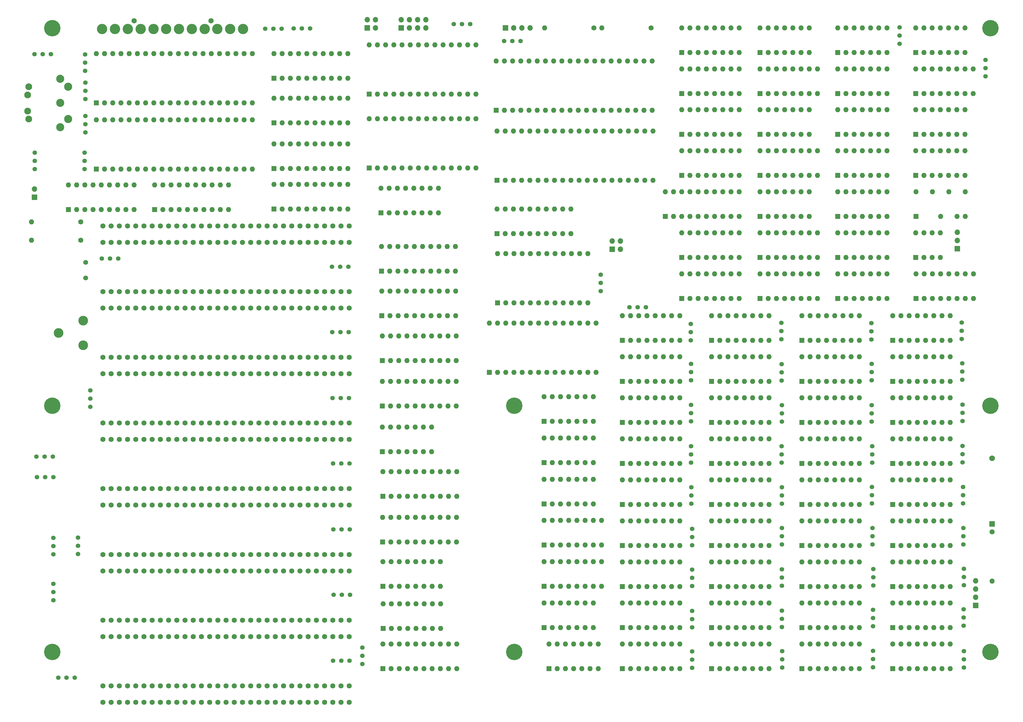
<source format=gbr>
%TF.GenerationSoftware,KiCad,Pcbnew,7.0.11*%
%TF.CreationDate,2024-05-25T01:19:38+03:00*%
%TF.ProjectId,Mad5160,4d616435-3136-4302-9e6b-696361645f70,rev?*%
%TF.SameCoordinates,Original*%
%TF.FileFunction,Soldermask,Top*%
%TF.FilePolarity,Negative*%
%FSLAX46Y46*%
G04 Gerber Fmt 4.6, Leading zero omitted, Abs format (unit mm)*
G04 Created by KiCad (PCBNEW 7.0.11) date 2024-05-25 01:19:38*
%MOMM*%
%LPD*%
G01*
G04 APERTURE LIST*
%ADD10C,1.397000*%
%ADD11R,1.600000X1.600000*%
%ADD12O,1.600000X1.600000*%
%ADD13C,5.080000*%
%ADD14C,1.600000*%
%ADD15R,1.700000X1.700000*%
%ADD16O,1.700000X1.700000*%
%ADD17R,1.778000X1.778000*%
%ADD18C,1.778000*%
%ADD19C,2.999740*%
%ADD20C,2.100000*%
%ADD21C,2.500000*%
%ADD22C,1.500000*%
%ADD23C,1.650000*%
%ADD24C,3.200000*%
G04 APERTURE END LIST*
D10*
%TO.C,C14*%
X181991000Y-147802600D03*
X179451000Y-147802600D03*
X184531000Y-147802600D03*
%TD*%
D11*
%TO.C,U24*%
X244901800Y-155016200D03*
D12*
X247441800Y-155016200D03*
X249981800Y-155016200D03*
X252521800Y-155016200D03*
X255061800Y-155016200D03*
X257601800Y-155016200D03*
X260141800Y-155016200D03*
X260141800Y-147396200D03*
X257601800Y-147396200D03*
X255061800Y-147396200D03*
X252521800Y-147396200D03*
X249981800Y-147396200D03*
X247441800Y-147396200D03*
X244901800Y-147396200D03*
%TD*%
D11*
%TO.C,U61*%
X324688200Y-206095600D03*
D12*
X327228200Y-206095600D03*
X329768200Y-206095600D03*
X332308200Y-206095600D03*
X334848200Y-206095600D03*
X337388200Y-206095600D03*
X339928200Y-206095600D03*
X342468200Y-206095600D03*
X342468200Y-198475600D03*
X339928200Y-198475600D03*
X337388200Y-198475600D03*
X334848200Y-198475600D03*
X332308200Y-198475600D03*
X329768200Y-198475600D03*
X327228200Y-198475600D03*
X324688200Y-198475600D03*
%TD*%
D11*
%TO.C,U51*%
X296697400Y-167995600D03*
D12*
X299237400Y-167995600D03*
X301777400Y-167995600D03*
X304317400Y-167995600D03*
X306857400Y-167995600D03*
X309397400Y-167995600D03*
X311937400Y-167995600D03*
X314477400Y-167995600D03*
X314477400Y-160375600D03*
X311937400Y-160375600D03*
X309397400Y-160375600D03*
X306857400Y-160375600D03*
X304317400Y-160375600D03*
X301777400Y-160375600D03*
X299237400Y-160375600D03*
X296697400Y-160375600D03*
%TD*%
D11*
%TO.C,U12*%
X195072000Y-178206400D03*
D12*
X197612000Y-178206400D03*
X200152000Y-178206400D03*
X202692000Y-178206400D03*
X205232000Y-178206400D03*
X207772000Y-178206400D03*
X210312000Y-178206400D03*
X212852000Y-178206400D03*
X215392000Y-178206400D03*
X217932000Y-178206400D03*
X217932000Y-170586400D03*
X215392000Y-170586400D03*
X212852000Y-170586400D03*
X210312000Y-170586400D03*
X207772000Y-170586400D03*
X205232000Y-170586400D03*
X202692000Y-170586400D03*
X200152000Y-170586400D03*
X197612000Y-170586400D03*
X195072000Y-170586400D03*
%TD*%
D11*
%TO.C,U11*%
X194945000Y-192354200D03*
D12*
X197485000Y-192354200D03*
X200025000Y-192354200D03*
X202565000Y-192354200D03*
X205105000Y-192354200D03*
X207645000Y-192354200D03*
X210185000Y-192354200D03*
X212725000Y-192354200D03*
X215265000Y-192354200D03*
X217805000Y-192354200D03*
X217805000Y-184734200D03*
X215265000Y-184734200D03*
X212725000Y-184734200D03*
X210185000Y-184734200D03*
X207645000Y-184734200D03*
X205105000Y-184734200D03*
X202565000Y-184734200D03*
X200025000Y-184734200D03*
X197485000Y-184734200D03*
X194945000Y-184734200D03*
%TD*%
D10*
%TO.C,C39*%
X346354400Y-180416200D03*
X346354400Y-177876200D03*
X346354400Y-175336200D03*
%TD*%
D11*
%TO.C,U82*%
X352755200Y-142595600D03*
D12*
X355295200Y-142595600D03*
X357835200Y-142595600D03*
X360375200Y-142595600D03*
X362915200Y-142595600D03*
X365455200Y-142595600D03*
X367995200Y-142595600D03*
X370535200Y-142595600D03*
X370535200Y-134975600D03*
X367995200Y-134975600D03*
X365455200Y-134975600D03*
X362915200Y-134975600D03*
X360375200Y-134975600D03*
X357835200Y-134975600D03*
X355295200Y-134975600D03*
X352755200Y-134975600D03*
%TD*%
D11*
%TO.C,U69*%
X335737200Y-104258500D03*
D12*
X338277200Y-104258500D03*
X340817200Y-104258500D03*
X343357200Y-104258500D03*
X345897200Y-104258500D03*
X348437200Y-104258500D03*
X350977200Y-104258500D03*
X350977200Y-96638500D03*
X348437200Y-96638500D03*
X345897200Y-96638500D03*
X343357200Y-96638500D03*
X340817200Y-96638500D03*
X338277200Y-96638500D03*
X335737200Y-96638500D03*
%TD*%
D11*
%TO.C,U21*%
X244901800Y-193306700D03*
D12*
X247441800Y-193306700D03*
X249981800Y-193306700D03*
X252521800Y-193306700D03*
X255061800Y-193306700D03*
X257601800Y-193306700D03*
X260141800Y-193306700D03*
X262681800Y-193306700D03*
X262681800Y-185686700D03*
X260141800Y-185686700D03*
X257601800Y-185686700D03*
X255061800Y-185686700D03*
X252521800Y-185686700D03*
X249981800Y-185686700D03*
X247441800Y-185686700D03*
X244901800Y-185686700D03*
%TD*%
D11*
%TO.C,RN2*%
X244901800Y-206070200D03*
D12*
X247441800Y-206070200D03*
X249981800Y-206070200D03*
X252521800Y-206070200D03*
X255061800Y-206070200D03*
X257601800Y-206070200D03*
X260141800Y-206070200D03*
X262681800Y-206070200D03*
X262681800Y-198450200D03*
X260141800Y-198450200D03*
X257601800Y-198450200D03*
X255061800Y-198450200D03*
X252521800Y-198450200D03*
X249981800Y-198450200D03*
X247441800Y-198450200D03*
X244901800Y-198450200D03*
%TD*%
D13*
%TO.C,H2*%
X92786200Y-150190200D03*
%TD*%
D11*
%TO.C,U73*%
X335737200Y-53526300D03*
D12*
X338277200Y-53526300D03*
X340817200Y-53526300D03*
X343357200Y-53526300D03*
X345897200Y-53526300D03*
X348437200Y-53526300D03*
X350977200Y-53526300D03*
X350977200Y-45906300D03*
X348437200Y-45906300D03*
X345897200Y-45906300D03*
X343357200Y-45906300D03*
X340817200Y-45906300D03*
X338277200Y-45906300D03*
X335737200Y-45906300D03*
%TD*%
D11*
%TO.C,U37*%
X269113000Y-142595600D03*
D12*
X271653000Y-142595600D03*
X274193000Y-142595600D03*
X276733000Y-142595600D03*
X279273000Y-142595600D03*
X281813000Y-142595600D03*
X284353000Y-142595600D03*
X286893000Y-142595600D03*
X286893000Y-134975600D03*
X284353000Y-134975600D03*
X281813000Y-134975600D03*
X279273000Y-134975600D03*
X276733000Y-134975600D03*
X274193000Y-134975600D03*
X271653000Y-134975600D03*
X269113000Y-134975600D03*
%TD*%
D10*
%TO.C,C19*%
X290728400Y-203454000D03*
X290728400Y-205994000D03*
X290728400Y-200914000D03*
%TD*%
%TO.C,C60*%
X232560000Y-37300000D03*
X235100000Y-37300000D03*
X237640000Y-37300000D03*
%TD*%
%TO.C,C47*%
X374624600Y-193065400D03*
X374624600Y-190525400D03*
X374624600Y-187985400D03*
%TD*%
D11*
%TO.C,U1*%
X97739200Y-89458800D03*
D12*
X100279200Y-89458800D03*
X102819200Y-89458800D03*
X105359200Y-89458800D03*
X107899200Y-89458800D03*
X110439200Y-89458800D03*
X112979200Y-89458800D03*
X115519200Y-89458800D03*
X118059200Y-89458800D03*
X118059200Y-81838800D03*
X115519200Y-81838800D03*
X112979200Y-81838800D03*
X110439200Y-81838800D03*
X107899200Y-81838800D03*
X105359200Y-81838800D03*
X102819200Y-81838800D03*
X100279200Y-81838800D03*
X97739200Y-81838800D03*
%TD*%
D11*
%TO.C,U45*%
X287522600Y-40843200D03*
D12*
X290062600Y-40843200D03*
X292602600Y-40843200D03*
X295142600Y-40843200D03*
X297682600Y-40843200D03*
X300222600Y-40843200D03*
X302762600Y-40843200D03*
X305302600Y-40843200D03*
X305302600Y-33223200D03*
X302762600Y-33223200D03*
X300222600Y-33223200D03*
X297682600Y-33223200D03*
X295142600Y-33223200D03*
X292602600Y-33223200D03*
X290062600Y-33223200D03*
X287522600Y-33223200D03*
%TD*%
D10*
%TO.C,C2*%
X104521000Y-150545800D03*
X104521000Y-148005800D03*
X104521000Y-145465800D03*
%TD*%
D11*
%TO.C,U75*%
X352755200Y-231495600D03*
D12*
X355295200Y-231495600D03*
X357835200Y-231495600D03*
X360375200Y-231495600D03*
X362915200Y-231495600D03*
X365455200Y-231495600D03*
X367995200Y-231495600D03*
X370535200Y-231495600D03*
X370535200Y-223875600D03*
X367995200Y-223875600D03*
X365455200Y-223875600D03*
X362915200Y-223875600D03*
X360375200Y-223875600D03*
X357835200Y-223875600D03*
X355295200Y-223875600D03*
X352755200Y-223875600D03*
%TD*%
D10*
%TO.C,C26*%
X318592200Y-231216200D03*
X318592200Y-228676200D03*
X318592200Y-226136200D03*
%TD*%
%TO.C,C12*%
X182245000Y-188468000D03*
X179705000Y-188468000D03*
X184785000Y-188468000D03*
%TD*%
D11*
%TO.C,U77*%
X352755200Y-206095600D03*
D12*
X355295200Y-206095600D03*
X357835200Y-206095600D03*
X360375200Y-206095600D03*
X362915200Y-206095600D03*
X365455200Y-206095600D03*
X367995200Y-206095600D03*
X370535200Y-206095600D03*
X370535200Y-198475600D03*
X367995200Y-198475600D03*
X365455200Y-198475600D03*
X362915200Y-198475600D03*
X360375200Y-198475600D03*
X357835200Y-198475600D03*
X355295200Y-198475600D03*
X352755200Y-198475600D03*
%TD*%
D10*
%TO.C,C30*%
X318516000Y-180467000D03*
X318516000Y-177927000D03*
X318516000Y-175387000D03*
%TD*%
D11*
%TO.C,U66*%
X324688200Y-142595600D03*
D12*
X327228200Y-142595600D03*
X329768200Y-142595600D03*
X332308200Y-142595600D03*
X334848200Y-142595600D03*
X337388200Y-142595600D03*
X339928200Y-142595600D03*
X342468200Y-142595600D03*
X342468200Y-134975600D03*
X339928200Y-134975600D03*
X337388200Y-134975600D03*
X334848200Y-134975600D03*
X332308200Y-134975600D03*
X329768200Y-134975600D03*
X327228200Y-134975600D03*
X324688200Y-134975600D03*
%TD*%
D11*
%TO.C,U23*%
X244901800Y-167779700D03*
D12*
X247441800Y-167779700D03*
X249981800Y-167779700D03*
X252521800Y-167779700D03*
X255061800Y-167779700D03*
X257601800Y-167779700D03*
X260141800Y-167779700D03*
X260141800Y-160159700D03*
X257601800Y-160159700D03*
X255061800Y-160159700D03*
X252521800Y-160159700D03*
X249981800Y-160159700D03*
X247441800Y-160159700D03*
X244901800Y-160159700D03*
%TD*%
D11*
%TO.C,U84*%
X359942600Y-116941600D03*
D12*
X362482600Y-116941600D03*
X365022600Y-116941600D03*
X367562600Y-116941600D03*
X370102600Y-116941600D03*
X372642600Y-116941600D03*
X375182600Y-116941600D03*
X377722600Y-116941600D03*
X377722600Y-109321600D03*
X375182600Y-109321600D03*
X372642600Y-109321600D03*
X370102600Y-109321600D03*
X367562600Y-109321600D03*
X365022600Y-109321600D03*
X362482600Y-109321600D03*
X359942600Y-109321600D03*
%TD*%
D10*
%TO.C,C29*%
X318465200Y-193090800D03*
X318465200Y-190550800D03*
X318465200Y-188010800D03*
%TD*%
D11*
%TO.C,U25*%
X227965000Y-139852400D03*
D12*
X230505000Y-139852400D03*
X233045000Y-139852400D03*
X235585000Y-139852400D03*
X238125000Y-139852400D03*
X240665000Y-139852400D03*
X243205000Y-139852400D03*
X245745000Y-139852400D03*
X248285000Y-139852400D03*
X250825000Y-139852400D03*
X253365000Y-139852400D03*
X255905000Y-139852400D03*
X258445000Y-139852400D03*
X260985000Y-139852400D03*
X260985000Y-124612400D03*
X258445000Y-124612400D03*
X255905000Y-124612400D03*
X253365000Y-124612400D03*
X250825000Y-124612400D03*
X248285000Y-124612400D03*
X245745000Y-124612400D03*
X243205000Y-124612400D03*
X240665000Y-124612400D03*
X238125000Y-124612400D03*
X235585000Y-124612400D03*
X233045000Y-124612400D03*
X230505000Y-124612400D03*
X227965000Y-124612400D03*
%TD*%
D11*
%TO.C,U58*%
X311734200Y-40843200D03*
D12*
X314274200Y-40843200D03*
X316814200Y-40843200D03*
X319354200Y-40843200D03*
X321894200Y-40843200D03*
X324434200Y-40843200D03*
X326974200Y-40843200D03*
X326974200Y-33223200D03*
X324434200Y-33223200D03*
X321894200Y-33223200D03*
X319354200Y-33223200D03*
X316814200Y-33223200D03*
X314274200Y-33223200D03*
X311734200Y-33223200D03*
%TD*%
D14*
%TO.C,J7*%
X108432600Y-114880600D03*
X110972600Y-114880600D03*
X113512600Y-114880600D03*
X116052600Y-114880600D03*
X118592600Y-114880600D03*
X121132600Y-114880600D03*
X123672600Y-114880600D03*
X126212600Y-114880600D03*
X128752600Y-114880600D03*
X131292600Y-114880600D03*
X133832600Y-114880600D03*
X136372600Y-114880600D03*
X138912600Y-114880600D03*
X141452600Y-114880600D03*
X143992600Y-114880600D03*
X146532600Y-114880600D03*
X149072600Y-114880600D03*
X151612600Y-114880600D03*
X154152600Y-114880600D03*
X156692600Y-114880600D03*
X159232600Y-114880600D03*
X161772600Y-114880600D03*
X164312600Y-114880600D03*
X166852600Y-114880600D03*
X169392600Y-114880600D03*
X171932600Y-114880600D03*
X174472600Y-114880600D03*
X177012600Y-114880600D03*
X179552600Y-114880600D03*
X182092600Y-114880600D03*
X184632600Y-114880600D03*
X108432600Y-119960600D03*
X110972600Y-119960600D03*
X113512600Y-119960600D03*
X116052600Y-119960600D03*
X118592600Y-119960600D03*
X121132600Y-119960600D03*
X123672600Y-119960600D03*
X126212600Y-119960600D03*
X128752600Y-119960600D03*
X131292600Y-119960600D03*
X133832600Y-119960600D03*
X136372600Y-119960600D03*
X138912600Y-119960600D03*
X141452600Y-119960600D03*
X143992600Y-119960600D03*
X146532600Y-119960600D03*
X149072600Y-119960600D03*
X151612600Y-119960600D03*
X154152600Y-119960600D03*
X156692600Y-119960600D03*
X159232600Y-119960600D03*
X161772600Y-119960600D03*
X164312600Y-119960600D03*
X166852600Y-119960600D03*
X169392600Y-119960600D03*
X171932600Y-119960600D03*
X174472600Y-119960600D03*
X177012600Y-119960600D03*
X179552600Y-119960600D03*
X182092600Y-119960600D03*
X184632600Y-119960600D03*
%TD*%
%TO.C,J8*%
X108432600Y-94553300D03*
X110972600Y-94553300D03*
X113512600Y-94553300D03*
X116052600Y-94553300D03*
X118592600Y-94553300D03*
X121132600Y-94553300D03*
X123672600Y-94553300D03*
X126212600Y-94553300D03*
X128752600Y-94553300D03*
X131292600Y-94553300D03*
X133832600Y-94553300D03*
X136372600Y-94553300D03*
X138912600Y-94553300D03*
X141452600Y-94553300D03*
X143992600Y-94553300D03*
X146532600Y-94553300D03*
X149072600Y-94553300D03*
X151612600Y-94553300D03*
X154152600Y-94553300D03*
X156692600Y-94553300D03*
X159232600Y-94553300D03*
X161772600Y-94553300D03*
X164312600Y-94553300D03*
X166852600Y-94553300D03*
X169392600Y-94553300D03*
X171932600Y-94553300D03*
X174472600Y-94553300D03*
X177012600Y-94553300D03*
X179552600Y-94553300D03*
X182092600Y-94553300D03*
X184632600Y-94553300D03*
X108432600Y-99633300D03*
X110972600Y-99633300D03*
X113512600Y-99633300D03*
X116052600Y-99633300D03*
X118592600Y-99633300D03*
X121132600Y-99633300D03*
X123672600Y-99633300D03*
X126212600Y-99633300D03*
X128752600Y-99633300D03*
X131292600Y-99633300D03*
X133832600Y-99633300D03*
X136372600Y-99633300D03*
X138912600Y-99633300D03*
X141452600Y-99633300D03*
X143992600Y-99633300D03*
X146532600Y-99633300D03*
X149072600Y-99633300D03*
X151612600Y-99633300D03*
X154152600Y-99633300D03*
X156692600Y-99633300D03*
X159232600Y-99633300D03*
X161772600Y-99633300D03*
X164312600Y-99633300D03*
X166852600Y-99633300D03*
X169392600Y-99633300D03*
X171932600Y-99633300D03*
X174472600Y-99633300D03*
X177012600Y-99633300D03*
X179552600Y-99633300D03*
X182092600Y-99633300D03*
X184632600Y-99633300D03*
%TD*%
D15*
%TO.C,E1*%
X87274400Y-85674200D03*
D16*
X87274400Y-83134200D03*
%TD*%
D14*
%TO.C,R5*%
X277977600Y-33274000D03*
D12*
X262737600Y-33274000D03*
%TD*%
D10*
%TO.C,C21*%
X290449000Y-180467000D03*
X290449000Y-177927000D03*
X290449000Y-175387000D03*
%TD*%
%TO.C,C4*%
X87376000Y-71882000D03*
X87376000Y-74422000D03*
X87376000Y-76962000D03*
%TD*%
D17*
%TO.C,C53*%
X383514600Y-186715400D03*
D18*
X383514600Y-166395400D03*
%TD*%
D11*
%TO.C,U90*%
X244901800Y-218795600D03*
D12*
X247441800Y-218795600D03*
X249981800Y-218795600D03*
X252521800Y-218795600D03*
X255061800Y-218795600D03*
X257601800Y-218795600D03*
X260141800Y-218795600D03*
X260141800Y-211175600D03*
X257601800Y-211175600D03*
X255061800Y-211175600D03*
X252521800Y-211175600D03*
X249981800Y-211175600D03*
X247441800Y-211175600D03*
X244901800Y-211175600D03*
%TD*%
D10*
%TO.C,C63*%
X381482600Y-45669200D03*
X381482600Y-43129200D03*
X381482600Y-48209200D03*
%TD*%
D11*
%TO.C,U16*%
X194665600Y-122301000D03*
D12*
X197205600Y-122301000D03*
X199745600Y-122301000D03*
X202285600Y-122301000D03*
X204825600Y-122301000D03*
X207365600Y-122301000D03*
X209905600Y-122301000D03*
X212445600Y-122301000D03*
X214985600Y-122301000D03*
X217525600Y-122301000D03*
X217525600Y-114681000D03*
X214985600Y-114681000D03*
X212445600Y-114681000D03*
X209905600Y-114681000D03*
X207365600Y-114681000D03*
X204825600Y-114681000D03*
X202285600Y-114681000D03*
X199745600Y-114681000D03*
X197205600Y-114681000D03*
X194665600Y-114681000D03*
%TD*%
D10*
%TO.C,C40*%
X346379800Y-167767000D03*
X346379800Y-165227000D03*
X346379800Y-162687000D03*
%TD*%
D11*
%TO.C,U20*%
X246400400Y-231495600D03*
D12*
X248940400Y-231495600D03*
X251480400Y-231495600D03*
X254020400Y-231495600D03*
X256560400Y-231495600D03*
X259100400Y-231495600D03*
X261640400Y-231495600D03*
X261640400Y-223875600D03*
X259100400Y-223875600D03*
X256560400Y-223875600D03*
X254020400Y-223875600D03*
X251480400Y-223875600D03*
X248940400Y-223875600D03*
X246400400Y-223875600D03*
%TD*%
D10*
%TO.C,C32*%
X318439800Y-155041600D03*
X318439800Y-152501600D03*
X318439800Y-149961600D03*
%TD*%
%TO.C,C13*%
X182143400Y-168071800D03*
X179603400Y-168071800D03*
X184683400Y-168071800D03*
%TD*%
%TO.C,C66*%
X93116400Y-210337400D03*
X93116400Y-207797400D03*
X93116400Y-205257400D03*
%TD*%
D11*
%TO.C,U8*%
X161315400Y-48859600D03*
D12*
X163855400Y-48859600D03*
X166395400Y-48859600D03*
X168935400Y-48859600D03*
X171475400Y-48859600D03*
X174015400Y-48859600D03*
X176555400Y-48859600D03*
X179095400Y-48859600D03*
X181635400Y-48859600D03*
X184175400Y-48859600D03*
X184175400Y-41239600D03*
X181635400Y-41239600D03*
X179095400Y-41239600D03*
X176555400Y-41239600D03*
X174015400Y-41239600D03*
X171475400Y-41239600D03*
X168935400Y-41239600D03*
X166395400Y-41239600D03*
X163855400Y-41239600D03*
X161315400Y-41239600D03*
%TD*%
D11*
%TO.C,U68*%
X335737200Y-116941600D03*
D12*
X338277200Y-116941600D03*
X340817200Y-116941600D03*
X343357200Y-116941600D03*
X345897200Y-116941600D03*
X348437200Y-116941600D03*
X350977200Y-116941600D03*
X350977200Y-109321600D03*
X348437200Y-109321600D03*
X345897200Y-109321600D03*
X343357200Y-109321600D03*
X340817200Y-109321600D03*
X338277200Y-109321600D03*
X335737200Y-109321600D03*
%TD*%
D14*
%TO.C,R2*%
X101600000Y-93268800D03*
D12*
X86360000Y-93268800D03*
%TD*%
D10*
%TO.C,C65*%
X271348200Y-119684800D03*
X273888200Y-119684800D03*
X276428200Y-119684800D03*
%TD*%
D11*
%TO.C,U47*%
X296697400Y-218795600D03*
D12*
X299237400Y-218795600D03*
X301777400Y-218795600D03*
X304317400Y-218795600D03*
X306857400Y-218795600D03*
X309397400Y-218795600D03*
X311937400Y-218795600D03*
X314477400Y-218795600D03*
X314477400Y-211175600D03*
X311937400Y-211175600D03*
X309397400Y-211175600D03*
X306857400Y-211175600D03*
X304317400Y-211175600D03*
X301777400Y-211175600D03*
X299237400Y-211175600D03*
X296697400Y-211175600D03*
%TD*%
D15*
%TO.C,PB3*%
X372770400Y-101600000D03*
D16*
X372770400Y-99060000D03*
X372770400Y-96520000D03*
%TD*%
D10*
%TO.C,C36*%
X346710000Y-218440000D03*
X346710000Y-215900000D03*
X346710000Y-213360000D03*
%TD*%
%TO.C,C35*%
X346684600Y-231114600D03*
X346684600Y-228574600D03*
X346684600Y-226034600D03*
%TD*%
D11*
%TO.C,U72*%
X335737200Y-66209300D03*
D12*
X338277200Y-66209300D03*
X340817200Y-66209300D03*
X343357200Y-66209300D03*
X345897200Y-66209300D03*
X348437200Y-66209300D03*
X350977200Y-66209300D03*
X350977200Y-58589300D03*
X348437200Y-58589300D03*
X345897200Y-58589300D03*
X343357200Y-58589300D03*
X340817200Y-58589300D03*
X338277200Y-58589300D03*
X335737200Y-58589300D03*
%TD*%
D11*
%TO.C,U41*%
X282422600Y-91575500D03*
D12*
X284962600Y-91575500D03*
X287502600Y-91575500D03*
X290042600Y-91575500D03*
X292582600Y-91575500D03*
X295122600Y-91575500D03*
X297662600Y-91575500D03*
X300202600Y-91575500D03*
X302742600Y-91575500D03*
X305282600Y-91575500D03*
X305282600Y-83955500D03*
X302742600Y-83955500D03*
X300202600Y-83955500D03*
X297662600Y-83955500D03*
X295122600Y-83955500D03*
X292582600Y-83955500D03*
X290042600Y-83955500D03*
X287502600Y-83955500D03*
X284962600Y-83955500D03*
X282422600Y-83955500D03*
%TD*%
D10*
%TO.C,C49*%
X374345200Y-167690800D03*
X374345200Y-165150800D03*
X374345200Y-162610800D03*
%TD*%
D11*
%TO.C,U48*%
X296697400Y-206095600D03*
D12*
X299237400Y-206095600D03*
X301777400Y-206095600D03*
X304317400Y-206095600D03*
X306857400Y-206095600D03*
X309397400Y-206095600D03*
X311937400Y-206095600D03*
X314477400Y-206095600D03*
X314477400Y-198475600D03*
X311937400Y-198475600D03*
X309397400Y-198475600D03*
X306857400Y-198475600D03*
X304317400Y-198475600D03*
X301777400Y-198475600D03*
X299237400Y-198475600D03*
X296697400Y-198475600D03*
%TD*%
D11*
%TO.C,U87*%
X359892600Y-66209300D03*
D12*
X362432600Y-66209300D03*
X364972600Y-66209300D03*
X367512600Y-66209300D03*
X370052600Y-66209300D03*
X372592600Y-66209300D03*
X375132600Y-66209300D03*
X375132600Y-58589300D03*
X372592600Y-58589300D03*
X370052600Y-58589300D03*
X367512600Y-58589300D03*
X364972600Y-58589300D03*
X362432600Y-58589300D03*
X359892600Y-58589300D03*
%TD*%
D11*
%TO.C,U53*%
X296697400Y-142595600D03*
D12*
X299237400Y-142595600D03*
X301777400Y-142595600D03*
X304317400Y-142595600D03*
X306857400Y-142595600D03*
X309397400Y-142595600D03*
X311937400Y-142595600D03*
X314477400Y-142595600D03*
X314477400Y-134975600D03*
X311937400Y-134975600D03*
X309397400Y-134975600D03*
X306857400Y-134975600D03*
X304317400Y-134975600D03*
X301777400Y-134975600D03*
X299237400Y-134975600D03*
X296697400Y-134975600D03*
%TD*%
D11*
%TO.C,U9*%
X195072000Y-231495600D03*
D12*
X197612000Y-231495600D03*
X200152000Y-231495600D03*
X202692000Y-231495600D03*
X205232000Y-231495600D03*
X207772000Y-231495600D03*
X210312000Y-231495600D03*
X212852000Y-231495600D03*
X215392000Y-231495600D03*
X217932000Y-231495600D03*
X217932000Y-223875600D03*
X215392000Y-223875600D03*
X212852000Y-223875600D03*
X210312000Y-223875600D03*
X207772000Y-223875600D03*
X205232000Y-223875600D03*
X202692000Y-223875600D03*
X200152000Y-223875600D03*
X197612000Y-223875600D03*
X195072000Y-223875600D03*
%TD*%
D11*
%TO.C,U44*%
X287522600Y-53526300D03*
D12*
X290062600Y-53526300D03*
X292602600Y-53526300D03*
X295142600Y-53526300D03*
X297682600Y-53526300D03*
X300222600Y-53526300D03*
X302762600Y-53526300D03*
X305302600Y-53526300D03*
X305302600Y-45906300D03*
X302762600Y-45906300D03*
X300222600Y-45906300D03*
X297682600Y-45906300D03*
X295142600Y-45906300D03*
X292602600Y-45906300D03*
X290062600Y-45906300D03*
X287522600Y-45906300D03*
%TD*%
D11*
%TO.C,U67*%
X324688200Y-129895600D03*
D12*
X327228200Y-129895600D03*
X329768200Y-129895600D03*
X332308200Y-129895600D03*
X334848200Y-129895600D03*
X337388200Y-129895600D03*
X339928200Y-129895600D03*
X342468200Y-129895600D03*
X342468200Y-122275600D03*
X339928200Y-122275600D03*
X337388200Y-122275600D03*
X334848200Y-122275600D03*
X332308200Y-122275600D03*
X329768200Y-122275600D03*
X327228200Y-122275600D03*
X324688200Y-122275600D03*
%TD*%
D10*
%TO.C,C42*%
X346252800Y-142265400D03*
X346252800Y-139725400D03*
X346252800Y-137185400D03*
%TD*%
D11*
%TO.C,U28*%
X230301800Y-80416400D03*
D12*
X232841800Y-80416400D03*
X235381800Y-80416400D03*
X237921800Y-80416400D03*
X240461800Y-80416400D03*
X243001800Y-80416400D03*
X245541800Y-80416400D03*
X248081800Y-80416400D03*
X250621800Y-80416400D03*
X253161800Y-80416400D03*
X255701800Y-80416400D03*
X258241800Y-80416400D03*
X260781800Y-80416400D03*
X263321800Y-80416400D03*
X265861800Y-80416400D03*
X268401800Y-80416400D03*
X270941800Y-80416400D03*
X273481800Y-80416400D03*
X276021800Y-80416400D03*
X278561800Y-80416400D03*
X278561800Y-65176400D03*
X276021800Y-65176400D03*
X273481800Y-65176400D03*
X270941800Y-65176400D03*
X268401800Y-65176400D03*
X265861800Y-65176400D03*
X263321800Y-65176400D03*
X260781800Y-65176400D03*
X258241800Y-65176400D03*
X255701800Y-65176400D03*
X253161800Y-65176400D03*
X250621800Y-65176400D03*
X248081800Y-65176400D03*
X245541800Y-65176400D03*
X243001800Y-65176400D03*
X240461800Y-65176400D03*
X237921800Y-65176400D03*
X235381800Y-65176400D03*
X232841800Y-65176400D03*
X230301800Y-65176400D03*
%TD*%
D11*
%TO.C,SW1*%
X194437000Y-90500200D03*
D12*
X196977000Y-90500200D03*
X199517000Y-90500200D03*
X202057000Y-90500200D03*
X204597000Y-90500200D03*
X207137000Y-90500200D03*
X209677000Y-90500200D03*
X212217000Y-90500200D03*
X212217000Y-82880200D03*
X209677000Y-82880200D03*
X207137000Y-82880200D03*
X204597000Y-82880200D03*
X202057000Y-82880200D03*
X199517000Y-82880200D03*
X196977000Y-82880200D03*
X194437000Y-82880200D03*
%TD*%
D11*
%TO.C,U70*%
X335737200Y-91575500D03*
D12*
X338277200Y-91575500D03*
X340817200Y-91575500D03*
X343357200Y-91575500D03*
X345897200Y-91575500D03*
X348437200Y-91575500D03*
X350977200Y-91575500D03*
X350977200Y-83955500D03*
X348437200Y-83955500D03*
X345897200Y-83955500D03*
X343357200Y-83955500D03*
X340817200Y-83955500D03*
X338277200Y-83955500D03*
X335737200Y-83955500D03*
%TD*%
D11*
%TO.C,U86*%
X359892600Y-78892400D03*
D12*
X362432600Y-78892400D03*
X364972600Y-78892400D03*
X367512600Y-78892400D03*
X370052600Y-78892400D03*
X372592600Y-78892400D03*
X375132600Y-78892400D03*
X375132600Y-71272400D03*
X372592600Y-71272400D03*
X370052600Y-71272400D03*
X367512600Y-71272400D03*
X364972600Y-71272400D03*
X362432600Y-71272400D03*
X359892600Y-71272400D03*
%TD*%
D11*
%TO.C,U42*%
X287522600Y-78892400D03*
D12*
X290062600Y-78892400D03*
X292602600Y-78892400D03*
X295142600Y-78892400D03*
X297682600Y-78892400D03*
X300222600Y-78892400D03*
X302762600Y-78892400D03*
X305302600Y-78892400D03*
X305302600Y-71272400D03*
X302762600Y-71272400D03*
X300222600Y-71272400D03*
X297682600Y-71272400D03*
X295142600Y-71272400D03*
X292602600Y-71272400D03*
X290062600Y-71272400D03*
X287522600Y-71272400D03*
%TD*%
D14*
%TO.C,J6*%
X108432600Y-135207800D03*
X110972600Y-135207800D03*
X113512600Y-135207800D03*
X116052600Y-135207800D03*
X118592600Y-135207800D03*
X121132600Y-135207800D03*
X123672600Y-135207800D03*
X126212600Y-135207800D03*
X128752600Y-135207800D03*
X131292600Y-135207800D03*
X133832600Y-135207800D03*
X136372600Y-135207800D03*
X138912600Y-135207800D03*
X141452600Y-135207800D03*
X143992600Y-135207800D03*
X146532600Y-135207800D03*
X149072600Y-135207800D03*
X151612600Y-135207800D03*
X154152600Y-135207800D03*
X156692600Y-135207800D03*
X159232600Y-135207800D03*
X161772600Y-135207800D03*
X164312600Y-135207800D03*
X166852600Y-135207800D03*
X169392600Y-135207800D03*
X171932600Y-135207800D03*
X174472600Y-135207800D03*
X177012600Y-135207800D03*
X179552600Y-135207800D03*
X182092600Y-135207800D03*
X184632600Y-135207800D03*
X108432600Y-140287800D03*
X110972600Y-140287800D03*
X113512600Y-140287800D03*
X116052600Y-140287800D03*
X118592600Y-140287800D03*
X121132600Y-140287800D03*
X123672600Y-140287800D03*
X126212600Y-140287800D03*
X128752600Y-140287800D03*
X131292600Y-140287800D03*
X133832600Y-140287800D03*
X136372600Y-140287800D03*
X138912600Y-140287800D03*
X141452600Y-140287800D03*
X143992600Y-140287800D03*
X146532600Y-140287800D03*
X149072600Y-140287800D03*
X151612600Y-140287800D03*
X154152600Y-140287800D03*
X156692600Y-140287800D03*
X159232600Y-140287800D03*
X161772600Y-140287800D03*
X164312600Y-140287800D03*
X166852600Y-140287800D03*
X169392600Y-140287800D03*
X171932600Y-140287800D03*
X174472600Y-140287800D03*
X177012600Y-140287800D03*
X179552600Y-140287800D03*
X182092600Y-140287800D03*
X184632600Y-140287800D03*
%TD*%
D10*
%TO.C,C55*%
X88036400Y-172237400D03*
X90576400Y-172237400D03*
X93116400Y-172237400D03*
%TD*%
D11*
%TO.C,U79*%
X352755200Y-180695600D03*
D12*
X355295200Y-180695600D03*
X357835200Y-180695600D03*
X360375200Y-180695600D03*
X362915200Y-180695600D03*
X365455200Y-180695600D03*
X367995200Y-180695600D03*
X370535200Y-180695600D03*
X370535200Y-173075600D03*
X367995200Y-173075600D03*
X365455200Y-173075600D03*
X362915200Y-173075600D03*
X360375200Y-173075600D03*
X357835200Y-173075600D03*
X355295200Y-173075600D03*
X352755200Y-173075600D03*
%TD*%
D11*
%TO.C,U60*%
X324688200Y-218795600D03*
D12*
X327228200Y-218795600D03*
X329768200Y-218795600D03*
X332308200Y-218795600D03*
X334848200Y-218795600D03*
X337388200Y-218795600D03*
X339928200Y-218795600D03*
X342468200Y-218795600D03*
X342468200Y-211175600D03*
X339928200Y-211175600D03*
X337388200Y-211175600D03*
X334848200Y-211175600D03*
X332308200Y-211175600D03*
X329768200Y-211175600D03*
X327228200Y-211175600D03*
X324688200Y-211175600D03*
%TD*%
D11*
%TO.C,U39*%
X287522600Y-116941600D03*
D12*
X290062600Y-116941600D03*
X292602600Y-116941600D03*
X295142600Y-116941600D03*
X297682600Y-116941600D03*
X300222600Y-116941600D03*
X302762600Y-116941600D03*
X305302600Y-116941600D03*
X305302600Y-109321600D03*
X302762600Y-109321600D03*
X300222600Y-109321600D03*
X297682600Y-109321600D03*
X295142600Y-109321600D03*
X292602600Y-109321600D03*
X290062600Y-109321600D03*
X287522600Y-109321600D03*
%TD*%
D11*
%TO.C,U71*%
X335737200Y-78892400D03*
D12*
X338277200Y-78892400D03*
X340817200Y-78892400D03*
X343357200Y-78892400D03*
X345897200Y-78892400D03*
X348437200Y-78892400D03*
X350977200Y-78892400D03*
X350977200Y-71272400D03*
X348437200Y-71272400D03*
X345897200Y-71272400D03*
X343357200Y-71272400D03*
X340817200Y-71272400D03*
X338277200Y-71272400D03*
X335737200Y-71272400D03*
%TD*%
D19*
%TO.C,C1*%
X102285800Y-131470400D03*
X102285800Y-123850400D03*
X94665800Y-127660400D03*
%TD*%
D10*
%TO.C,C45*%
X374675400Y-218211400D03*
X374675400Y-215671400D03*
X374675400Y-213131400D03*
%TD*%
D11*
%TO.C,U4*%
X106426000Y-56464200D03*
D12*
X108966000Y-56464200D03*
X111506000Y-56464200D03*
X114046000Y-56464200D03*
X116586000Y-56464200D03*
X119126000Y-56464200D03*
X121666000Y-56464200D03*
X124206000Y-56464200D03*
X126746000Y-56464200D03*
X129286000Y-56464200D03*
X131826000Y-56464200D03*
X134366000Y-56464200D03*
X136906000Y-56464200D03*
X139446000Y-56464200D03*
X141986000Y-56464200D03*
X144526000Y-56464200D03*
X147066000Y-56464200D03*
X149606000Y-56464200D03*
X152146000Y-56464200D03*
X154686000Y-56464200D03*
X154686000Y-41224200D03*
X152146000Y-41224200D03*
X149606000Y-41224200D03*
X147066000Y-41224200D03*
X144526000Y-41224200D03*
X141986000Y-41224200D03*
X139446000Y-41224200D03*
X136906000Y-41224200D03*
X134366000Y-41224200D03*
X131826000Y-41224200D03*
X129286000Y-41224200D03*
X126746000Y-41224200D03*
X124206000Y-41224200D03*
X121666000Y-41224200D03*
X119126000Y-41224200D03*
X116586000Y-41224200D03*
X114046000Y-41224200D03*
X111506000Y-41224200D03*
X108966000Y-41224200D03*
X106426000Y-41224200D03*
%TD*%
D10*
%TO.C,C41*%
X346278200Y-155117800D03*
X346278200Y-152577800D03*
X346278200Y-150037800D03*
%TD*%
D11*
%TO.C,U17*%
X194614800Y-108508800D03*
D12*
X197154800Y-108508800D03*
X199694800Y-108508800D03*
X202234800Y-108508800D03*
X204774800Y-108508800D03*
X207314800Y-108508800D03*
X209854800Y-108508800D03*
X212394800Y-108508800D03*
X214934800Y-108508800D03*
X217474800Y-108508800D03*
X217474800Y-100888800D03*
X214934800Y-100888800D03*
X212394800Y-100888800D03*
X209854800Y-100888800D03*
X207314800Y-100888800D03*
X204774800Y-100888800D03*
X202234800Y-100888800D03*
X199694800Y-100888800D03*
X197154800Y-100888800D03*
X194614800Y-100888800D03*
%TD*%
D13*
%TO.C,H6*%
X235661200Y-226390200D03*
%TD*%
D11*
%TO.C,U40*%
X287522600Y-104258500D03*
D12*
X290062600Y-104258500D03*
X292602600Y-104258500D03*
X295142600Y-104258500D03*
X297682600Y-104258500D03*
X300222600Y-104258500D03*
X302762600Y-104258500D03*
X305302600Y-104258500D03*
X305302600Y-96638500D03*
X302762600Y-96638500D03*
X300222600Y-96638500D03*
X297682600Y-96638500D03*
X295142600Y-96638500D03*
X292602600Y-96638500D03*
X290062600Y-96638500D03*
X287522600Y-96638500D03*
%TD*%
D13*
%TO.C,H1*%
X92786200Y-33350200D03*
%TD*%
D10*
%TO.C,C17*%
X290677600Y-231292400D03*
X290677600Y-228752400D03*
X290677600Y-226212400D03*
%TD*%
D11*
%TO.C,U74*%
X335737200Y-40843200D03*
D12*
X338277200Y-40843200D03*
X340817200Y-40843200D03*
X343357200Y-40843200D03*
X345897200Y-40843200D03*
X348437200Y-40843200D03*
X350977200Y-40843200D03*
X350977200Y-33223200D03*
X348437200Y-33223200D03*
X345897200Y-33223200D03*
X343357200Y-33223200D03*
X340817200Y-33223200D03*
X338277200Y-33223200D03*
X335737200Y-33223200D03*
%TD*%
D10*
%TO.C,C10*%
X182168800Y-229108000D03*
X179628800Y-229108000D03*
X184708800Y-229108000D03*
%TD*%
D11*
%TO.C,U78*%
X352755200Y-193395600D03*
D12*
X355295200Y-193395600D03*
X357835200Y-193395600D03*
X360375200Y-193395600D03*
X362915200Y-193395600D03*
X365455200Y-193395600D03*
X367995200Y-193395600D03*
X370535200Y-193395600D03*
X370535200Y-185775600D03*
X367995200Y-185775600D03*
X365455200Y-185775600D03*
X362915200Y-185775600D03*
X360375200Y-185775600D03*
X357835200Y-185775600D03*
X355295200Y-185775600D03*
X352755200Y-185775600D03*
%TD*%
D15*
%TO.C,E3*%
X200710800Y-33274000D03*
D16*
X200710800Y-30734000D03*
X203250800Y-33274000D03*
X203250800Y-30734000D03*
X205790800Y-33274000D03*
X205790800Y-30734000D03*
X208330800Y-33274000D03*
X208330800Y-30734000D03*
%TD*%
D10*
%TO.C,C16*%
X181864000Y-107162600D03*
X179324000Y-107162600D03*
X184404000Y-107162600D03*
%TD*%
D20*
%TO.C,J9*%
X85471000Y-61460400D03*
X85171000Y-58960400D03*
X85171000Y-53960400D03*
X85471000Y-51460400D03*
D21*
X95171000Y-63960400D03*
X95171000Y-56460400D03*
X95171000Y-48960400D03*
X97671000Y-61460400D03*
X97671000Y-51460400D03*
%TD*%
D10*
%TO.C,C48*%
X374497600Y-180365400D03*
X374497600Y-177825400D03*
X374497600Y-175285400D03*
%TD*%
%TO.C,C6*%
X102971600Y-65557400D03*
X102971600Y-63017400D03*
X102971600Y-60477400D03*
%TD*%
D14*
%TO.C,R1*%
X101574600Y-98983800D03*
D12*
X86334600Y-98983800D03*
%TD*%
D11*
%TO.C,U56*%
X311734200Y-78892400D03*
D12*
X314274200Y-78892400D03*
X316814200Y-78892400D03*
X319354200Y-78892400D03*
X321894200Y-78892400D03*
X324434200Y-78892400D03*
X326974200Y-78892400D03*
X329514200Y-78892400D03*
X329514200Y-71272400D03*
X326974200Y-71272400D03*
X324434200Y-71272400D03*
X321894200Y-71272400D03*
X319354200Y-71272400D03*
X316814200Y-71272400D03*
X314274200Y-71272400D03*
X311734200Y-71272400D03*
%TD*%
D11*
%TO.C,U7*%
X161315400Y-62651800D03*
D12*
X163855400Y-62651800D03*
X166395400Y-62651800D03*
X168935400Y-62651800D03*
X171475400Y-62651800D03*
X174015400Y-62651800D03*
X176555400Y-62651800D03*
X179095400Y-62651800D03*
X181635400Y-62651800D03*
X184175400Y-62651800D03*
X184175400Y-55031800D03*
X181635400Y-55031800D03*
X179095400Y-55031800D03*
X176555400Y-55031800D03*
X174015400Y-55031800D03*
X171475400Y-55031800D03*
X168935400Y-55031800D03*
X166395400Y-55031800D03*
X163855400Y-55031800D03*
X161315400Y-55031800D03*
%TD*%
D10*
%TO.C,C15*%
X181940200Y-127355600D03*
X179400200Y-127355600D03*
X184480200Y-127355600D03*
%TD*%
D15*
%TO.C,TD2*%
X232943400Y-33274000D03*
D16*
X235483400Y-33274000D03*
X238023400Y-33274000D03*
X240563400Y-33274000D03*
%TD*%
D11*
%TO.C,U57*%
X311734200Y-66209300D03*
D12*
X314274200Y-66209300D03*
X316814200Y-66209300D03*
X319354200Y-66209300D03*
X321894200Y-66209300D03*
X324434200Y-66209300D03*
X326974200Y-66209300D03*
X326974200Y-58589300D03*
X324434200Y-58589300D03*
X321894200Y-58589300D03*
X319354200Y-58589300D03*
X316814200Y-58589300D03*
X314274200Y-58589300D03*
X311734200Y-58589300D03*
%TD*%
D10*
%TO.C,C61*%
X262407400Y-112141000D03*
X262407400Y-114681000D03*
X262407400Y-109601000D03*
%TD*%
D11*
%TO.C,U29*%
X230098600Y-58750200D03*
D12*
X232638600Y-58750200D03*
X235178600Y-58750200D03*
X237718600Y-58750200D03*
X240258600Y-58750200D03*
X242798600Y-58750200D03*
X245338600Y-58750200D03*
X247878600Y-58750200D03*
X250418600Y-58750200D03*
X252958600Y-58750200D03*
X255498600Y-58750200D03*
X258038600Y-58750200D03*
X260578600Y-58750200D03*
X263118600Y-58750200D03*
X265658600Y-58750200D03*
X268198600Y-58750200D03*
X270738600Y-58750200D03*
X273278600Y-58750200D03*
X275818600Y-58750200D03*
X278358600Y-58750200D03*
X278358600Y-43510200D03*
X275818600Y-43510200D03*
X273278600Y-43510200D03*
X270738600Y-43510200D03*
X268198600Y-43510200D03*
X265658600Y-43510200D03*
X263118600Y-43510200D03*
X260578600Y-43510200D03*
X258038600Y-43510200D03*
X255498600Y-43510200D03*
X252958600Y-43510200D03*
X250418600Y-43510200D03*
X247878600Y-43510200D03*
X245338600Y-43510200D03*
X242798600Y-43510200D03*
X240258600Y-43510200D03*
X237718600Y-43510200D03*
X235178600Y-43510200D03*
X232638600Y-43510200D03*
X230098600Y-43510200D03*
%TD*%
D15*
%TO.C,E4*%
X265963400Y-101727000D03*
D16*
X265963400Y-99187000D03*
X268503400Y-101727000D03*
X268503400Y-99187000D03*
%TD*%
D11*
%TO.C,U27*%
X230378000Y-96926400D03*
D12*
X232918000Y-96926400D03*
X235458000Y-96926400D03*
X237998000Y-96926400D03*
X240538000Y-96926400D03*
X243078000Y-96926400D03*
X245618000Y-96926400D03*
X248158000Y-96926400D03*
X250698000Y-96926400D03*
X253238000Y-96926400D03*
X253238000Y-89306400D03*
X250698000Y-89306400D03*
X248158000Y-89306400D03*
X245618000Y-89306400D03*
X243078000Y-89306400D03*
X240538000Y-89306400D03*
X237998000Y-89306400D03*
X235458000Y-89306400D03*
X232918000Y-89306400D03*
X230378000Y-89306400D03*
%TD*%
D11*
%TO.C,U80*%
X352755200Y-167995600D03*
D12*
X355295200Y-167995600D03*
X357835200Y-167995600D03*
X360375200Y-167995600D03*
X362915200Y-167995600D03*
X365455200Y-167995600D03*
X367995200Y-167995600D03*
X370535200Y-167995600D03*
X370535200Y-160375600D03*
X367995200Y-160375600D03*
X365455200Y-160375600D03*
X362915200Y-160375600D03*
X360375200Y-160375600D03*
X357835200Y-160375600D03*
X355295200Y-160375600D03*
X352755200Y-160375600D03*
%TD*%
D11*
%TO.C,U22*%
X244901800Y-180543200D03*
D12*
X247441800Y-180543200D03*
X249981800Y-180543200D03*
X252521800Y-180543200D03*
X255061800Y-180543200D03*
X257601800Y-180543200D03*
X260141800Y-180543200D03*
X260141800Y-172923200D03*
X257601800Y-172923200D03*
X255061800Y-172923200D03*
X252521800Y-172923200D03*
X249981800Y-172923200D03*
X247441800Y-172923200D03*
X244901800Y-172923200D03*
%TD*%
D11*
%TO.C,U26*%
X230530400Y-118338600D03*
D12*
X233070400Y-118338600D03*
X235610400Y-118338600D03*
X238150400Y-118338600D03*
X240690400Y-118338600D03*
X243230400Y-118338600D03*
X245770400Y-118338600D03*
X248310400Y-118338600D03*
X250850400Y-118338600D03*
X253390400Y-118338600D03*
X255930400Y-118338600D03*
X258470400Y-118338600D03*
X258470400Y-103098600D03*
X255930400Y-103098600D03*
X253390400Y-103098600D03*
X250850400Y-103098600D03*
X248310400Y-103098600D03*
X245770400Y-103098600D03*
X243230400Y-103098600D03*
X240690400Y-103098600D03*
X238150400Y-103098600D03*
X235610400Y-103098600D03*
X233070400Y-103098600D03*
X230530400Y-103098600D03*
%TD*%
D10*
%TO.C,C46*%
X374777000Y-203200000D03*
X374777000Y-205740000D03*
X374777000Y-200660000D03*
%TD*%
%TO.C,C68*%
X100685600Y-193548000D03*
X100685600Y-196088000D03*
X100685600Y-191008000D03*
%TD*%
%TO.C,C9*%
X92354400Y-41402000D03*
X89814400Y-41402000D03*
X87274400Y-41402000D03*
%TD*%
D11*
%TO.C,U19*%
X190764000Y-53751400D03*
D12*
X193304000Y-53751400D03*
X195844000Y-53751400D03*
X198384000Y-53751400D03*
X200924000Y-53751400D03*
X203464000Y-53751400D03*
X206004000Y-53751400D03*
X208544000Y-53751400D03*
X211084000Y-53751400D03*
X213624000Y-53751400D03*
X216164000Y-53751400D03*
X218704000Y-53751400D03*
X221244000Y-53751400D03*
X223784000Y-53751400D03*
X223784000Y-38511400D03*
X221244000Y-38511400D03*
X218704000Y-38511400D03*
X216164000Y-38511400D03*
X213624000Y-38511400D03*
X211084000Y-38511400D03*
X208544000Y-38511400D03*
X206004000Y-38511400D03*
X203464000Y-38511400D03*
X200924000Y-38511400D03*
X198384000Y-38511400D03*
X195844000Y-38511400D03*
X193304000Y-38511400D03*
X190764000Y-38511400D03*
%TD*%
D11*
%TO.C,U10*%
X195021200Y-206044800D03*
D12*
X197561200Y-206044800D03*
X200101200Y-206044800D03*
X202641200Y-206044800D03*
X205181200Y-206044800D03*
X207721200Y-206044800D03*
X210261200Y-206044800D03*
X212801200Y-206044800D03*
X212801200Y-198424800D03*
X210261200Y-198424800D03*
X207721200Y-198424800D03*
X205181200Y-198424800D03*
X202641200Y-198424800D03*
X200101200Y-198424800D03*
X197561200Y-198424800D03*
X195021200Y-198424800D03*
%TD*%
D14*
%TO.C,J2*%
X108432600Y-216516900D03*
X110972600Y-216516900D03*
X113512600Y-216516900D03*
X116052600Y-216516900D03*
X118592600Y-216516900D03*
X121132600Y-216516900D03*
X123672600Y-216516900D03*
X126212600Y-216516900D03*
X128752600Y-216516900D03*
X131292600Y-216516900D03*
X133832600Y-216516900D03*
X136372600Y-216516900D03*
X138912600Y-216516900D03*
X141452600Y-216516900D03*
X143992600Y-216516900D03*
X146532600Y-216516900D03*
X149072600Y-216516900D03*
X151612600Y-216516900D03*
X154152600Y-216516900D03*
X156692600Y-216516900D03*
X159232600Y-216516900D03*
X161772600Y-216516900D03*
X164312600Y-216516900D03*
X166852600Y-216516900D03*
X169392600Y-216516900D03*
X171932600Y-216516900D03*
X174472600Y-216516900D03*
X177012600Y-216516900D03*
X179552600Y-216516900D03*
X182092600Y-216516900D03*
X184632600Y-216516900D03*
X108432600Y-221596900D03*
X110972600Y-221596900D03*
X113512600Y-221596900D03*
X116052600Y-221596900D03*
X118592600Y-221596900D03*
X121132600Y-221596900D03*
X123672600Y-221596900D03*
X126212600Y-221596900D03*
X128752600Y-221596900D03*
X131292600Y-221596900D03*
X133832600Y-221596900D03*
X136372600Y-221596900D03*
X138912600Y-221596900D03*
X141452600Y-221596900D03*
X143992600Y-221596900D03*
X146532600Y-221596900D03*
X149072600Y-221596900D03*
X151612600Y-221596900D03*
X154152600Y-221596900D03*
X156692600Y-221596900D03*
X159232600Y-221596900D03*
X161772600Y-221596900D03*
X164312600Y-221596900D03*
X166852600Y-221596900D03*
X169392600Y-221596900D03*
X171932600Y-221596900D03*
X174472600Y-221596900D03*
X177012600Y-221596900D03*
X179552600Y-221596900D03*
X182092600Y-221596900D03*
X184632600Y-221596900D03*
%TD*%
D11*
%TO.C,U38*%
X269113000Y-129895600D03*
D12*
X271653000Y-129895600D03*
X274193000Y-129895600D03*
X276733000Y-129895600D03*
X279273000Y-129895600D03*
X281813000Y-129895600D03*
X284353000Y-129895600D03*
X286893000Y-129895600D03*
X286893000Y-122275600D03*
X284353000Y-122275600D03*
X281813000Y-122275600D03*
X279273000Y-122275600D03*
X276733000Y-122275600D03*
X274193000Y-122275600D03*
X271653000Y-122275600D03*
X269113000Y-122275600D03*
%TD*%
D11*
%TO.C,U30*%
X269113000Y-231495600D03*
D12*
X271653000Y-231495600D03*
X274193000Y-231495600D03*
X276733000Y-231495600D03*
X279273000Y-231495600D03*
X281813000Y-231495600D03*
X284353000Y-231495600D03*
X286893000Y-231495600D03*
X286893000Y-223875600D03*
X284353000Y-223875600D03*
X281813000Y-223875600D03*
X279273000Y-223875600D03*
X276733000Y-223875600D03*
X274193000Y-223875600D03*
X271653000Y-223875600D03*
X269113000Y-223875600D03*
%TD*%
D11*
%TO.C,U35*%
X269113000Y-167995600D03*
D12*
X271653000Y-167995600D03*
X274193000Y-167995600D03*
X276733000Y-167995600D03*
X279273000Y-167995600D03*
X281813000Y-167995600D03*
X284353000Y-167995600D03*
X286893000Y-167995600D03*
X286893000Y-160375600D03*
X284353000Y-160375600D03*
X281813000Y-160375600D03*
X279273000Y-160375600D03*
X276733000Y-160375600D03*
X274193000Y-160375600D03*
X271653000Y-160375600D03*
X269113000Y-160375600D03*
%TD*%
D11*
%TO.C,U81*%
X352755200Y-155295600D03*
D12*
X355295200Y-155295600D03*
X357835200Y-155295600D03*
X360375200Y-155295600D03*
X362915200Y-155295600D03*
X365455200Y-155295600D03*
X367995200Y-155295600D03*
X370535200Y-155295600D03*
X370535200Y-147675600D03*
X367995200Y-147675600D03*
X365455200Y-147675600D03*
X362915200Y-147675600D03*
X360375200Y-147675600D03*
X357835200Y-147675600D03*
X355295200Y-147675600D03*
X352755200Y-147675600D03*
%TD*%
D22*
%TO.C,Y1*%
X103047800Y-105765600D03*
X103047800Y-110665600D03*
%TD*%
D11*
%TO.C,U18*%
X190764000Y-76586000D03*
D12*
X193304000Y-76586000D03*
X195844000Y-76586000D03*
X198384000Y-76586000D03*
X200924000Y-76586000D03*
X203464000Y-76586000D03*
X206004000Y-76586000D03*
X208544000Y-76586000D03*
X211084000Y-76586000D03*
X213624000Y-76586000D03*
X216164000Y-76586000D03*
X218704000Y-76586000D03*
X221244000Y-76586000D03*
X223784000Y-76586000D03*
X223784000Y-61346000D03*
X221244000Y-61346000D03*
X218704000Y-61346000D03*
X216164000Y-61346000D03*
X213624000Y-61346000D03*
X211084000Y-61346000D03*
X208544000Y-61346000D03*
X206004000Y-61346000D03*
X203464000Y-61346000D03*
X200924000Y-61346000D03*
X198384000Y-61346000D03*
X195844000Y-61346000D03*
X193304000Y-61346000D03*
X190764000Y-61346000D03*
%TD*%
D11*
%TO.C,U59*%
X324688200Y-231495600D03*
D12*
X327228200Y-231495600D03*
X329768200Y-231495600D03*
X332308200Y-231495600D03*
X334848200Y-231495600D03*
X337388200Y-231495600D03*
X339928200Y-231495600D03*
X342468200Y-231495600D03*
X342468200Y-223875600D03*
X339928200Y-223875600D03*
X337388200Y-223875600D03*
X334848200Y-223875600D03*
X332308200Y-223875600D03*
X329768200Y-223875600D03*
X327228200Y-223875600D03*
X324688200Y-223875600D03*
%TD*%
D14*
%TO.C,J3*%
X108432600Y-196189600D03*
X110972600Y-196189600D03*
X113512600Y-196189600D03*
X116052600Y-196189600D03*
X118592600Y-196189600D03*
X121132600Y-196189600D03*
X123672600Y-196189600D03*
X126212600Y-196189600D03*
X128752600Y-196189600D03*
X131292600Y-196189600D03*
X133832600Y-196189600D03*
X136372600Y-196189600D03*
X138912600Y-196189600D03*
X141452600Y-196189600D03*
X143992600Y-196189600D03*
X146532600Y-196189600D03*
X149072600Y-196189600D03*
X151612600Y-196189600D03*
X154152600Y-196189600D03*
X156692600Y-196189600D03*
X159232600Y-196189600D03*
X161772600Y-196189600D03*
X164312600Y-196189600D03*
X166852600Y-196189600D03*
X169392600Y-196189600D03*
X171932600Y-196189600D03*
X174472600Y-196189600D03*
X177012600Y-196189600D03*
X179552600Y-196189600D03*
X182092600Y-196189600D03*
X184632600Y-196189600D03*
X108432600Y-201269600D03*
X110972600Y-201269600D03*
X113512600Y-201269600D03*
X116052600Y-201269600D03*
X118592600Y-201269600D03*
X121132600Y-201269600D03*
X123672600Y-201269600D03*
X126212600Y-201269600D03*
X128752600Y-201269600D03*
X131292600Y-201269600D03*
X133832600Y-201269600D03*
X136372600Y-201269600D03*
X138912600Y-201269600D03*
X141452600Y-201269600D03*
X143992600Y-201269600D03*
X146532600Y-201269600D03*
X149072600Y-201269600D03*
X151612600Y-201269600D03*
X154152600Y-201269600D03*
X156692600Y-201269600D03*
X159232600Y-201269600D03*
X161772600Y-201269600D03*
X164312600Y-201269600D03*
X166852600Y-201269600D03*
X169392600Y-201269600D03*
X171932600Y-201269600D03*
X174472600Y-201269600D03*
X177012600Y-201269600D03*
X179552600Y-201269600D03*
X182092600Y-201269600D03*
X184632600Y-201269600D03*
%TD*%
D10*
%TO.C,C34*%
X318287400Y-129616200D03*
X318287400Y-127076200D03*
X318287400Y-124536200D03*
%TD*%
D11*
%TO.C,U14*%
X194843400Y-150241000D03*
D12*
X197383400Y-150241000D03*
X199923400Y-150241000D03*
X202463400Y-150241000D03*
X205003400Y-150241000D03*
X207543400Y-150241000D03*
X210083400Y-150241000D03*
X212623400Y-150241000D03*
X215163400Y-150241000D03*
X217703400Y-150241000D03*
X217703400Y-142621000D03*
X215163400Y-142621000D03*
X212623400Y-142621000D03*
X210083400Y-142621000D03*
X207543400Y-142621000D03*
X205003400Y-142621000D03*
X202463400Y-142621000D03*
X199923400Y-142621000D03*
X197383400Y-142621000D03*
X194843400Y-142621000D03*
%TD*%
D14*
%TO.C,J5*%
X108432600Y-155535100D03*
X110972600Y-155535100D03*
X113512600Y-155535100D03*
X116052600Y-155535100D03*
X118592600Y-155535100D03*
X121132600Y-155535100D03*
X123672600Y-155535100D03*
X126212600Y-155535100D03*
X128752600Y-155535100D03*
X131292600Y-155535100D03*
X133832600Y-155535100D03*
X136372600Y-155535100D03*
X138912600Y-155535100D03*
X141452600Y-155535100D03*
X143992600Y-155535100D03*
X146532600Y-155535100D03*
X149072600Y-155535100D03*
X151612600Y-155535100D03*
X154152600Y-155535100D03*
X156692600Y-155535100D03*
X159232600Y-155535100D03*
X161772600Y-155535100D03*
X164312600Y-155535100D03*
X166852600Y-155535100D03*
X169392600Y-155535100D03*
X171932600Y-155535100D03*
X174472600Y-155535100D03*
X177012600Y-155535100D03*
X179552600Y-155535100D03*
X182092600Y-155535100D03*
X184632600Y-155535100D03*
X108432600Y-160615100D03*
X110972600Y-160615100D03*
X113512600Y-160615100D03*
X116052600Y-160615100D03*
X118592600Y-160615100D03*
X121132600Y-160615100D03*
X123672600Y-160615100D03*
X126212600Y-160615100D03*
X128752600Y-160615100D03*
X131292600Y-160615100D03*
X133832600Y-160615100D03*
X136372600Y-160615100D03*
X138912600Y-160615100D03*
X141452600Y-160615100D03*
X143992600Y-160615100D03*
X146532600Y-160615100D03*
X149072600Y-160615100D03*
X151612600Y-160615100D03*
X154152600Y-160615100D03*
X156692600Y-160615100D03*
X159232600Y-160615100D03*
X161772600Y-160615100D03*
X164312600Y-160615100D03*
X166852600Y-160615100D03*
X169392600Y-160615100D03*
X171932600Y-160615100D03*
X174472600Y-160615100D03*
X177012600Y-160615100D03*
X179552600Y-160615100D03*
X182092600Y-160615100D03*
X184632600Y-160615100D03*
%TD*%
D10*
%TO.C,C58*%
X170000000Y-33400000D03*
X167460000Y-33400000D03*
X172540000Y-33400000D03*
%TD*%
%TO.C,C52*%
X374142000Y-129540000D03*
X374142000Y-127000000D03*
X374142000Y-124460000D03*
%TD*%
%TO.C,C37*%
X346786200Y-203250800D03*
X346786200Y-205790800D03*
X346786200Y-200710800D03*
%TD*%
D14*
%TO.C,J1*%
X108432600Y-236844100D03*
X110972600Y-236844100D03*
X113512600Y-236844100D03*
X116052600Y-236844100D03*
X118592600Y-236844100D03*
X121132600Y-236844100D03*
X123672600Y-236844100D03*
X126212600Y-236844100D03*
X128752600Y-236844100D03*
X131292600Y-236844100D03*
X133832600Y-236844100D03*
X136372600Y-236844100D03*
X138912600Y-236844100D03*
X141452600Y-236844100D03*
X143992600Y-236844100D03*
X146532600Y-236844100D03*
X149072600Y-236844100D03*
X151612600Y-236844100D03*
X154152600Y-236844100D03*
X156692600Y-236844100D03*
X159232600Y-236844100D03*
X161772600Y-236844100D03*
X164312600Y-236844100D03*
X166852600Y-236844100D03*
X169392600Y-236844100D03*
X171932600Y-236844100D03*
X174472600Y-236844100D03*
X177012600Y-236844100D03*
X179552600Y-236844100D03*
X182092600Y-236844100D03*
X184632600Y-236844100D03*
X108432600Y-241924100D03*
X110972600Y-241924100D03*
X113512600Y-241924100D03*
X116052600Y-241924100D03*
X118592600Y-241924100D03*
X121132600Y-241924100D03*
X123672600Y-241924100D03*
X126212600Y-241924100D03*
X128752600Y-241924100D03*
X131292600Y-241924100D03*
X133832600Y-241924100D03*
X136372600Y-241924100D03*
X138912600Y-241924100D03*
X141452600Y-241924100D03*
X143992600Y-241924100D03*
X146532600Y-241924100D03*
X149072600Y-241924100D03*
X151612600Y-241924100D03*
X154152600Y-241924100D03*
X156692600Y-241924100D03*
X159232600Y-241924100D03*
X161772600Y-241924100D03*
X164312600Y-241924100D03*
X166852600Y-241924100D03*
X169392600Y-241924100D03*
X171932600Y-241924100D03*
X174472600Y-241924100D03*
X177012600Y-241924100D03*
X179552600Y-241924100D03*
X182092600Y-241924100D03*
X184632600Y-241924100D03*
%TD*%
D11*
%TO.C,U64*%
X324688200Y-167995600D03*
D12*
X327228200Y-167995600D03*
X329768200Y-167995600D03*
X332308200Y-167995600D03*
X334848200Y-167995600D03*
X337388200Y-167995600D03*
X339928200Y-167995600D03*
X342468200Y-167995600D03*
X342468200Y-160375600D03*
X339928200Y-160375600D03*
X337388200Y-160375600D03*
X334848200Y-160375600D03*
X332308200Y-160375600D03*
X329768200Y-160375600D03*
X327228200Y-160375600D03*
X324688200Y-160375600D03*
%TD*%
D14*
%TO.C,R6*%
X383514600Y-189230000D03*
D12*
X383514600Y-204470000D03*
%TD*%
D11*
%TO.C,U34*%
X269113000Y-180695600D03*
D12*
X271653000Y-180695600D03*
X274193000Y-180695600D03*
X276733000Y-180695600D03*
X279273000Y-180695600D03*
X281813000Y-180695600D03*
X284353000Y-180695600D03*
X286893000Y-180695600D03*
X286893000Y-173075600D03*
X284353000Y-173075600D03*
X281813000Y-173075600D03*
X279273000Y-173075600D03*
X276733000Y-173075600D03*
X274193000Y-173075600D03*
X271653000Y-173075600D03*
X269113000Y-173075600D03*
%TD*%
D10*
%TO.C,C11*%
X182295800Y-208686400D03*
X179755800Y-208686400D03*
X184835800Y-208686400D03*
%TD*%
D11*
%TO.C,U50*%
X296697400Y-180695600D03*
D12*
X299237400Y-180695600D03*
X301777400Y-180695600D03*
X304317400Y-180695600D03*
X306857400Y-180695600D03*
X309397400Y-180695600D03*
X311937400Y-180695600D03*
X314477400Y-180695600D03*
X314477400Y-173075600D03*
X311937400Y-173075600D03*
X309397400Y-173075600D03*
X306857400Y-173075600D03*
X304317400Y-173075600D03*
X301777400Y-173075600D03*
X299237400Y-173075600D03*
X296697400Y-173075600D03*
%TD*%
D11*
%TO.C,U76*%
X352755200Y-218795600D03*
D12*
X355295200Y-218795600D03*
X357835200Y-218795600D03*
X360375200Y-218795600D03*
X362915200Y-218795600D03*
X365455200Y-218795600D03*
X367995200Y-218795600D03*
X370535200Y-218795600D03*
X370535200Y-211175600D03*
X367995200Y-211175600D03*
X365455200Y-211175600D03*
X362915200Y-211175600D03*
X360375200Y-211175600D03*
X357835200Y-211175600D03*
X355295200Y-211175600D03*
X352755200Y-211175600D03*
%TD*%
D10*
%TO.C,C22*%
X290347400Y-167741600D03*
X290347400Y-165201600D03*
X290347400Y-162661600D03*
%TD*%
D11*
%TO.C,U36*%
X269113000Y-155295600D03*
D12*
X271653000Y-155295600D03*
X274193000Y-155295600D03*
X276733000Y-155295600D03*
X279273000Y-155295600D03*
X281813000Y-155295600D03*
X284353000Y-155295600D03*
X286893000Y-155295600D03*
X286893000Y-147675600D03*
X284353000Y-147675600D03*
X281813000Y-147675600D03*
X279273000Y-147675600D03*
X276733000Y-147675600D03*
X274193000Y-147675600D03*
X271653000Y-147675600D03*
X269113000Y-147675600D03*
%TD*%
D10*
%TO.C,C24*%
X290347400Y-142290800D03*
X290347400Y-139750800D03*
X290347400Y-137210800D03*
%TD*%
D11*
%TO.C,U62*%
X324688200Y-193395600D03*
D12*
X327228200Y-193395600D03*
X329768200Y-193395600D03*
X332308200Y-193395600D03*
X334848200Y-193395600D03*
X337388200Y-193395600D03*
X339928200Y-193395600D03*
X342468200Y-193395600D03*
X342468200Y-185775600D03*
X339928200Y-185775600D03*
X337388200Y-185775600D03*
X334848200Y-185775600D03*
X332308200Y-185775600D03*
X329768200Y-185775600D03*
X327228200Y-185775600D03*
X324688200Y-185775600D03*
%TD*%
D10*
%TO.C,C23*%
X290372800Y-155016200D03*
X290372800Y-152476200D03*
X290372800Y-149936200D03*
%TD*%
D11*
%TO.C,U6*%
X161315400Y-76733400D03*
D12*
X163855400Y-76733400D03*
X166395400Y-76733400D03*
X168935400Y-76733400D03*
X171475400Y-76733400D03*
X174015400Y-76733400D03*
X176555400Y-76733400D03*
X179095400Y-76733400D03*
X181635400Y-76733400D03*
X184175400Y-76733400D03*
X184175400Y-69113400D03*
X181635400Y-69113400D03*
X179095400Y-69113400D03*
X176555400Y-69113400D03*
X174015400Y-69113400D03*
X171475400Y-69113400D03*
X168935400Y-69113400D03*
X166395400Y-69113400D03*
X163855400Y-69113400D03*
X161315400Y-69113400D03*
%TD*%
D11*
%TO.C,U5*%
X161315400Y-89306400D03*
D12*
X163855400Y-89306400D03*
X166395400Y-89306400D03*
X168935400Y-89306400D03*
X171475400Y-89306400D03*
X174015400Y-89306400D03*
X176555400Y-89306400D03*
X179095400Y-89306400D03*
X181635400Y-89306400D03*
X184175400Y-89306400D03*
X184175400Y-81686400D03*
X181635400Y-81686400D03*
X179095400Y-81686400D03*
X176555400Y-81686400D03*
X174015400Y-81686400D03*
X171475400Y-81686400D03*
X168935400Y-81686400D03*
X166395400Y-81686400D03*
X163855400Y-81686400D03*
X161315400Y-81686400D03*
%TD*%
D23*
%TO.C,J10*%
X118082600Y-31038800D03*
X141852600Y-31038800D03*
D24*
X108202600Y-33578800D03*
X112162600Y-33578800D03*
X116122600Y-33578800D03*
X120082600Y-33578800D03*
X124042600Y-33578800D03*
X128002600Y-33578800D03*
X131962600Y-33578800D03*
X135922600Y-33578800D03*
X139882600Y-33578800D03*
X143842600Y-33578800D03*
X147802600Y-33578800D03*
X151762600Y-33578800D03*
%TD*%
D10*
%TO.C,C62*%
X354863400Y-33045400D03*
X354863400Y-35585400D03*
X354863400Y-38125400D03*
%TD*%
%TO.C,C54*%
X93091000Y-193624200D03*
X93091000Y-196164200D03*
X93091000Y-191084200D03*
%TD*%
%TO.C,C27*%
X318490600Y-218668600D03*
X318490600Y-216128600D03*
X318490600Y-213588600D03*
%TD*%
%TO.C,C3*%
X110591600Y-104648000D03*
X108051600Y-104648000D03*
X113131600Y-104648000D03*
%TD*%
D11*
%TO.C,U52*%
X296697400Y-155295600D03*
D12*
X299237400Y-155295600D03*
X301777400Y-155295600D03*
X304317400Y-155295600D03*
X306857400Y-155295600D03*
X309397400Y-155295600D03*
X311937400Y-155295600D03*
X314477400Y-155295600D03*
X314477400Y-147675600D03*
X311937400Y-147675600D03*
X309397400Y-147675600D03*
X306857400Y-147675600D03*
X304317400Y-147675600D03*
X301777400Y-147675600D03*
X299237400Y-147675600D03*
X296697400Y-147675600D03*
%TD*%
D10*
%TO.C,C18*%
X290703000Y-218744800D03*
X290703000Y-216204800D03*
X290703000Y-213664800D03*
%TD*%
D11*
%TO.C,U32*%
X269113000Y-206095600D03*
D12*
X271653000Y-206095600D03*
X274193000Y-206095600D03*
X276733000Y-206095600D03*
X279273000Y-206095600D03*
X281813000Y-206095600D03*
X284353000Y-206095600D03*
X286893000Y-206095600D03*
X286893000Y-198475600D03*
X284353000Y-198475600D03*
X281813000Y-198475600D03*
X279273000Y-198475600D03*
X276733000Y-198475600D03*
X274193000Y-198475600D03*
X271653000Y-198475600D03*
X269113000Y-198475600D03*
%TD*%
D13*
%TO.C,H9*%
X382981200Y-226390200D03*
%TD*%
D10*
%TO.C,C44*%
X374777000Y-231165400D03*
X374777000Y-228625400D03*
X374777000Y-226085400D03*
%TD*%
%TO.C,C50*%
X374345200Y-154914600D03*
X374345200Y-152374600D03*
X374345200Y-149834600D03*
%TD*%
D11*
%TO.C,RN4*%
X311734200Y-104258500D03*
D12*
X314274200Y-104258500D03*
X316814200Y-104258500D03*
X319354200Y-104258500D03*
X321894200Y-104258500D03*
X324434200Y-104258500D03*
X326974200Y-104258500D03*
X329514200Y-104258500D03*
X329514200Y-96638500D03*
X326974200Y-96638500D03*
X324434200Y-96638500D03*
X321894200Y-96638500D03*
X319354200Y-96638500D03*
X316814200Y-96638500D03*
X314274200Y-96638500D03*
X311734200Y-96638500D03*
%TD*%
D10*
%TO.C,C64*%
X188671200Y-230124000D03*
X188671200Y-227584000D03*
X188671200Y-225044000D03*
%TD*%
D13*
%TO.C,H8*%
X382981200Y-150190200D03*
%TD*%
D11*
%TO.C,TD1*%
X359967600Y-91575500D03*
D12*
X367587600Y-91575500D03*
X372667600Y-91575500D03*
X375207600Y-91575500D03*
X375207600Y-83955500D03*
X370127600Y-83955500D03*
X365047600Y-83955500D03*
X359967600Y-83955500D03*
%TD*%
D10*
%TO.C,C8*%
X102946200Y-46558200D03*
X102946200Y-44018200D03*
X102946200Y-41478200D03*
%TD*%
D13*
%TO.C,H7*%
X382981200Y-33350200D03*
%TD*%
D11*
%TO.C,U89*%
X359892600Y-40843200D03*
D12*
X362432600Y-40843200D03*
X364972600Y-40843200D03*
X367512600Y-40843200D03*
X370052600Y-40843200D03*
X372592600Y-40843200D03*
X375132600Y-40843200D03*
X375132600Y-33223200D03*
X372592600Y-33223200D03*
X370052600Y-33223200D03*
X367512600Y-33223200D03*
X364972600Y-33223200D03*
X362432600Y-33223200D03*
X359892600Y-33223200D03*
%TD*%
D10*
%TO.C,C43*%
X346202000Y-129641600D03*
X346202000Y-127101600D03*
X346202000Y-124561600D03*
%TD*%
D11*
%TO.C,U49*%
X296697400Y-193395600D03*
D12*
X299237400Y-193395600D03*
X301777400Y-193395600D03*
X304317400Y-193395600D03*
X306857400Y-193395600D03*
X309397400Y-193395600D03*
X311937400Y-193395600D03*
X314477400Y-193395600D03*
X314477400Y-185775600D03*
X311937400Y-185775600D03*
X309397400Y-185775600D03*
X306857400Y-185775600D03*
X304317400Y-185775600D03*
X301777400Y-185775600D03*
X299237400Y-185775600D03*
X296697400Y-185775600D03*
%TD*%
D11*
%TO.C,U13*%
X194868800Y-164388800D03*
D12*
X197408800Y-164388800D03*
X199948800Y-164388800D03*
X202488800Y-164388800D03*
X205028800Y-164388800D03*
X207568800Y-164388800D03*
X210108800Y-164388800D03*
X210108800Y-156768800D03*
X207568800Y-156768800D03*
X205028800Y-156768800D03*
X202488800Y-156768800D03*
X199948800Y-156768800D03*
X197408800Y-156768800D03*
X194868800Y-156768800D03*
%TD*%
D11*
%TO.C,U43*%
X287522600Y-66209300D03*
D12*
X290062600Y-66209300D03*
X292602600Y-66209300D03*
X295142600Y-66209300D03*
X297682600Y-66209300D03*
X300222600Y-66209300D03*
X302762600Y-66209300D03*
X305302600Y-66209300D03*
X305302600Y-58589300D03*
X302762600Y-58589300D03*
X300222600Y-58589300D03*
X297682600Y-58589300D03*
X295142600Y-58589300D03*
X292602600Y-58589300D03*
X290062600Y-58589300D03*
X287522600Y-58589300D03*
%TD*%
D10*
%TO.C,C25*%
X290271200Y-129895600D03*
X290271200Y-127355600D03*
X290271200Y-124815600D03*
%TD*%
D11*
%TO.C,RN5*%
X311734200Y-53526300D03*
D12*
X314274200Y-53526300D03*
X316814200Y-53526300D03*
X319354200Y-53526300D03*
X321894200Y-53526300D03*
X324434200Y-53526300D03*
X326974200Y-53526300D03*
X329514200Y-53526300D03*
X329514200Y-45906300D03*
X326974200Y-45906300D03*
X324434200Y-45906300D03*
X321894200Y-45906300D03*
X319354200Y-45906300D03*
X316814200Y-45906300D03*
X314274200Y-45906300D03*
X311734200Y-45906300D03*
%TD*%
D10*
%TO.C,C59*%
X219506800Y-32054800D03*
X216966800Y-32054800D03*
X222046800Y-32054800D03*
%TD*%
D11*
%TO.C,U85*%
X359892600Y-104258500D03*
D12*
X362432600Y-104258500D03*
X364972600Y-104258500D03*
X367512600Y-104258500D03*
X367512600Y-96638500D03*
X364972600Y-96638500D03*
X362432600Y-96638500D03*
X359892600Y-96638500D03*
%TD*%
D11*
%TO.C,U55*%
X311734200Y-91575500D03*
D12*
X314274200Y-91575500D03*
X316814200Y-91575500D03*
X319354200Y-91575500D03*
X321894200Y-91575500D03*
X324434200Y-91575500D03*
X326974200Y-91575500D03*
X326974200Y-83955500D03*
X324434200Y-83955500D03*
X321894200Y-83955500D03*
X319354200Y-83955500D03*
X316814200Y-83955500D03*
X314274200Y-83955500D03*
X311734200Y-83955500D03*
%TD*%
D11*
%TO.C,U65*%
X324688200Y-155295600D03*
D12*
X327228200Y-155295600D03*
X329768200Y-155295600D03*
X332308200Y-155295600D03*
X334848200Y-155295600D03*
X337388200Y-155295600D03*
X339928200Y-155295600D03*
X342468200Y-155295600D03*
X342468200Y-147675600D03*
X339928200Y-147675600D03*
X337388200Y-147675600D03*
X334848200Y-147675600D03*
X332308200Y-147675600D03*
X329768200Y-147675600D03*
X327228200Y-147675600D03*
X324688200Y-147675600D03*
%TD*%
D10*
%TO.C,C28*%
X318439800Y-203301600D03*
X318439800Y-205841600D03*
X318439800Y-200761600D03*
%TD*%
D11*
%TO.C,U2*%
X124383800Y-89484200D03*
D12*
X126923800Y-89484200D03*
X129463800Y-89484200D03*
X132003800Y-89484200D03*
X134543800Y-89484200D03*
X137083800Y-89484200D03*
X139623800Y-89484200D03*
X142163800Y-89484200D03*
X144703800Y-89484200D03*
X147243800Y-89484200D03*
X147243800Y-81864200D03*
X144703800Y-81864200D03*
X142163800Y-81864200D03*
X139623800Y-81864200D03*
X137083800Y-81864200D03*
X134543800Y-81864200D03*
X132003800Y-81864200D03*
X129463800Y-81864200D03*
X126923800Y-81864200D03*
X124383800Y-81864200D03*
%TD*%
D11*
%TO.C,RN3*%
X311734200Y-116941600D03*
D12*
X314274200Y-116941600D03*
X316814200Y-116941600D03*
X319354200Y-116941600D03*
X321894200Y-116941600D03*
X324434200Y-116941600D03*
X326974200Y-116941600D03*
X329514200Y-116941600D03*
X329514200Y-109321600D03*
X326974200Y-109321600D03*
X324434200Y-109321600D03*
X321894200Y-109321600D03*
X319354200Y-109321600D03*
X316814200Y-109321600D03*
X314274200Y-109321600D03*
X311734200Y-109321600D03*
%TD*%
D11*
%TO.C,U31*%
X269113000Y-218795600D03*
D12*
X271653000Y-218795600D03*
X274193000Y-218795600D03*
X276733000Y-218795600D03*
X279273000Y-218795600D03*
X281813000Y-218795600D03*
X284353000Y-218795600D03*
X286893000Y-218795600D03*
X286893000Y-211175600D03*
X284353000Y-211175600D03*
X281813000Y-211175600D03*
X279273000Y-211175600D03*
X276733000Y-211175600D03*
X274193000Y-211175600D03*
X271653000Y-211175600D03*
X269113000Y-211175600D03*
%TD*%
D10*
%TO.C,C67*%
X94589600Y-234315000D03*
X97129600Y-234315000D03*
X99669600Y-234315000D03*
%TD*%
D11*
%TO.C,U54*%
X296697400Y-129895600D03*
D12*
X299237400Y-129895600D03*
X301777400Y-129895600D03*
X304317400Y-129895600D03*
X306857400Y-129895600D03*
X309397400Y-129895600D03*
X311937400Y-129895600D03*
X314477400Y-129895600D03*
X314477400Y-122275600D03*
X311937400Y-122275600D03*
X309397400Y-122275600D03*
X306857400Y-122275600D03*
X304317400Y-122275600D03*
X301777400Y-122275600D03*
X299237400Y-122275600D03*
X296697400Y-122275600D03*
%TD*%
D14*
%TO.C,J4*%
X108432600Y-175862300D03*
X110972600Y-175862300D03*
X113512600Y-175862300D03*
X116052600Y-175862300D03*
X118592600Y-175862300D03*
X121132600Y-175862300D03*
X123672600Y-175862300D03*
X126212600Y-175862300D03*
X128752600Y-175862300D03*
X131292600Y-175862300D03*
X133832600Y-175862300D03*
X136372600Y-175862300D03*
X138912600Y-175862300D03*
X141452600Y-175862300D03*
X143992600Y-175862300D03*
X146532600Y-175862300D03*
X149072600Y-175862300D03*
X151612600Y-175862300D03*
X154152600Y-175862300D03*
X156692600Y-175862300D03*
X159232600Y-175862300D03*
X161772600Y-175862300D03*
X164312600Y-175862300D03*
X166852600Y-175862300D03*
X169392600Y-175862300D03*
X171932600Y-175862300D03*
X174472600Y-175862300D03*
X177012600Y-175862300D03*
X179552600Y-175862300D03*
X182092600Y-175862300D03*
X184632600Y-175862300D03*
X108432600Y-180942300D03*
X110972600Y-180942300D03*
X113512600Y-180942300D03*
X116052600Y-180942300D03*
X118592600Y-180942300D03*
X121132600Y-180942300D03*
X123672600Y-180942300D03*
X126212600Y-180942300D03*
X128752600Y-180942300D03*
X131292600Y-180942300D03*
X133832600Y-180942300D03*
X136372600Y-180942300D03*
X138912600Y-180942300D03*
X141452600Y-180942300D03*
X143992600Y-180942300D03*
X146532600Y-180942300D03*
X149072600Y-180942300D03*
X151612600Y-180942300D03*
X154152600Y-180942300D03*
X156692600Y-180942300D03*
X159232600Y-180942300D03*
X161772600Y-180942300D03*
X164312600Y-180942300D03*
X166852600Y-180942300D03*
X169392600Y-180942300D03*
X171932600Y-180942300D03*
X174472600Y-180942300D03*
X177012600Y-180942300D03*
X179552600Y-180942300D03*
X182092600Y-180942300D03*
X184632600Y-180942300D03*
%TD*%
D10*
%TO.C,C7*%
X102971600Y-55270400D03*
X102971600Y-52730400D03*
X102971600Y-50190400D03*
%TD*%
%TO.C,C56*%
X90373200Y-165912800D03*
X87833200Y-165912800D03*
X92913200Y-165912800D03*
%TD*%
D15*
%TO.C,P3*%
X378434600Y-211937600D03*
D16*
X378434600Y-209397600D03*
X378434600Y-206857600D03*
X378434600Y-204317600D03*
%TD*%
D11*
%TO.C,U88*%
X359892600Y-53526300D03*
D12*
X362432600Y-53526300D03*
X364972600Y-53526300D03*
X367512600Y-53526300D03*
X370052600Y-53526300D03*
X372592600Y-53526300D03*
X375132600Y-53526300D03*
X377672600Y-53526300D03*
X377672600Y-45906300D03*
X375132600Y-45906300D03*
X372592600Y-45906300D03*
X370052600Y-45906300D03*
X367512600Y-45906300D03*
X364972600Y-45906300D03*
X362432600Y-45906300D03*
X359892600Y-45906300D03*
%TD*%
D10*
%TO.C,C51*%
X374243600Y-142163800D03*
X374243600Y-139623800D03*
X374243600Y-137083800D03*
%TD*%
%TO.C,C33*%
X318363600Y-142341600D03*
X318363600Y-139801600D03*
X318363600Y-137261600D03*
%TD*%
D11*
%TO.C,U83*%
X352755200Y-129895600D03*
D12*
X355295200Y-129895600D03*
X357835200Y-129895600D03*
X360375200Y-129895600D03*
X362915200Y-129895600D03*
X365455200Y-129895600D03*
X367995200Y-129895600D03*
X370535200Y-129895600D03*
X370535200Y-122275600D03*
X367995200Y-122275600D03*
X365455200Y-122275600D03*
X362915200Y-122275600D03*
X360375200Y-122275600D03*
X357835200Y-122275600D03*
X355295200Y-122275600D03*
X352755200Y-122275600D03*
%TD*%
D10*
%TO.C,C38*%
X346506800Y-193116200D03*
X346506800Y-190576200D03*
X346506800Y-188036200D03*
%TD*%
D13*
%TO.C,H3*%
X92786200Y-226390200D03*
%TD*%
D11*
%TO.C,U33*%
X269113000Y-193395600D03*
D12*
X271653000Y-193395600D03*
X274193000Y-193395600D03*
X276733000Y-193395600D03*
X279273000Y-193395600D03*
X281813000Y-193395600D03*
X284353000Y-193395600D03*
X286893000Y-193395600D03*
X286893000Y-185775600D03*
X284353000Y-185775600D03*
X281813000Y-185775600D03*
X279273000Y-185775600D03*
X276733000Y-185775600D03*
X274193000Y-185775600D03*
X271653000Y-185775600D03*
X269113000Y-185775600D03*
%TD*%
D15*
%TO.C,E2*%
X190220600Y-33274000D03*
D16*
X190220600Y-30734000D03*
X192760600Y-33274000D03*
X192760600Y-30734000D03*
%TD*%
D11*
%TO.C,U46*%
X296697400Y-231495600D03*
D12*
X299237400Y-231495600D03*
X301777400Y-231495600D03*
X304317400Y-231495600D03*
X306857400Y-231495600D03*
X309397400Y-231495600D03*
X311937400Y-231495600D03*
X314477400Y-231495600D03*
X314477400Y-223875600D03*
X311937400Y-223875600D03*
X309397400Y-223875600D03*
X306857400Y-223875600D03*
X304317400Y-223875600D03*
X301777400Y-223875600D03*
X299237400Y-223875600D03*
X296697400Y-223875600D03*
%TD*%
D10*
%TO.C,C20*%
X290703000Y-193370200D03*
X290703000Y-190830200D03*
X290703000Y-188290200D03*
%TD*%
D14*
%TO.C,R4*%
X260350000Y-33274000D03*
D12*
X245110000Y-33274000D03*
%TD*%
D10*
%TO.C,C31*%
X318363600Y-167817800D03*
X318363600Y-165277800D03*
X318363600Y-162737800D03*
%TD*%
D13*
%TO.C,H5*%
X235661200Y-150190200D03*
%TD*%
D10*
%TO.C,C57*%
X158620000Y-33500000D03*
X161160000Y-33500000D03*
X163700000Y-33500000D03*
%TD*%
%TO.C,C5*%
X102768400Y-71882000D03*
X102768400Y-74422000D03*
X102768400Y-76962000D03*
%TD*%
D11*
%TO.C,U15*%
X194843400Y-136220200D03*
D12*
X197383400Y-136220200D03*
X199923400Y-136220200D03*
X202463400Y-136220200D03*
X205003400Y-136220200D03*
X207543400Y-136220200D03*
X210083400Y-136220200D03*
X212623400Y-136220200D03*
X215163400Y-136220200D03*
X217703400Y-136220200D03*
X217703400Y-128600200D03*
X215163400Y-128600200D03*
X212623400Y-128600200D03*
X210083400Y-128600200D03*
X207543400Y-128600200D03*
X205003400Y-128600200D03*
X202463400Y-128600200D03*
X199923400Y-128600200D03*
X197383400Y-128600200D03*
X194843400Y-128600200D03*
%TD*%
D11*
%TO.C,U3*%
X106376000Y-76916200D03*
D12*
X108916000Y-76916200D03*
X111456000Y-76916200D03*
X113996000Y-76916200D03*
X116536000Y-76916200D03*
X119076000Y-76916200D03*
X121616000Y-76916200D03*
X124156000Y-76916200D03*
X126696000Y-76916200D03*
X129236000Y-76916200D03*
X131776000Y-76916200D03*
X134316000Y-76916200D03*
X136856000Y-76916200D03*
X139396000Y-76916200D03*
X141936000Y-76916200D03*
X144476000Y-76916200D03*
X147016000Y-76916200D03*
X149556000Y-76916200D03*
X152096000Y-76916200D03*
X154636000Y-76916200D03*
X154636000Y-61676200D03*
X152096000Y-61676200D03*
X149556000Y-61676200D03*
X147016000Y-61676200D03*
X144476000Y-61676200D03*
X141936000Y-61676200D03*
X139396000Y-61676200D03*
X136856000Y-61676200D03*
X134316000Y-61676200D03*
X131776000Y-61676200D03*
X129236000Y-61676200D03*
X126696000Y-61676200D03*
X124156000Y-61676200D03*
X121616000Y-61676200D03*
X119076000Y-61676200D03*
X116536000Y-61676200D03*
X113996000Y-61676200D03*
X111456000Y-61676200D03*
X108916000Y-61676200D03*
X106376000Y-61676200D03*
%TD*%
D11*
%TO.C,RN1*%
X195148200Y-219100400D03*
D12*
X197688200Y-219100400D03*
X200228200Y-219100400D03*
X202768200Y-219100400D03*
X205308200Y-219100400D03*
X207848200Y-219100400D03*
X210388200Y-219100400D03*
X212928200Y-219100400D03*
X212928200Y-211480400D03*
X210388200Y-211480400D03*
X207848200Y-211480400D03*
X205308200Y-211480400D03*
X202768200Y-211480400D03*
X200228200Y-211480400D03*
X197688200Y-211480400D03*
X195148200Y-211480400D03*
%TD*%
D11*
%TO.C,U63*%
X324688200Y-180695600D03*
D12*
X327228200Y-180695600D03*
X329768200Y-180695600D03*
X332308200Y-180695600D03*
X334848200Y-180695600D03*
X337388200Y-180695600D03*
X339928200Y-180695600D03*
X342468200Y-180695600D03*
X342468200Y-173075600D03*
X339928200Y-173075600D03*
X337388200Y-173075600D03*
X334848200Y-173075600D03*
X332308200Y-173075600D03*
X329768200Y-173075600D03*
X327228200Y-173075600D03*
X324688200Y-173075600D03*
%TD*%
M02*

</source>
